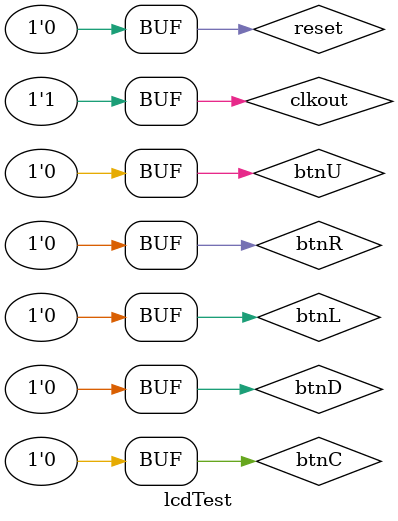
<source format=v>
`timescale 1ns / 1ps


module lcdTest;

	// Inputs
	reg clkout;
	reg reset;
	reg btnL;
	reg btnR;
	reg btnC;
	reg btnU;
	reg btnD;

	// Outputs
	wire D1;
	wire D2;
	wire D3;
	wire D4;
	wire rs;
	wire rw;
	wire en;

	// Instantiate the Unit Under Test (UUT)
	LCD uut (
		.clkout(clkout), 
		.reset(reset), 
		.btnL(btnL), 
		.btnR(btnR), 
		.btnC(btnC), 
		.btnU(btnU), 
		.btnD(btnD), 
		.D1(D1), 
		.D2(D2), 
		.D3(D3), 
		.D4(D4), 
		.rs(rs), 
		.rw(rw), 
		.en(en)
	);

	always begin
		clkout = 0;
		#18;
		clkout = 1;
		#18;
	end

	initial begin
		// Initialize Inputs
		
		reset = 0;
		btnL = 0;
		btnR = 0;
		btnC = 0;
		btnU = 0;
		btnD = 0;

		// Wait 100 ns for global reset to finish
		#100;
        
		// Add stimulus here

	end
      
endmodule


</source>
